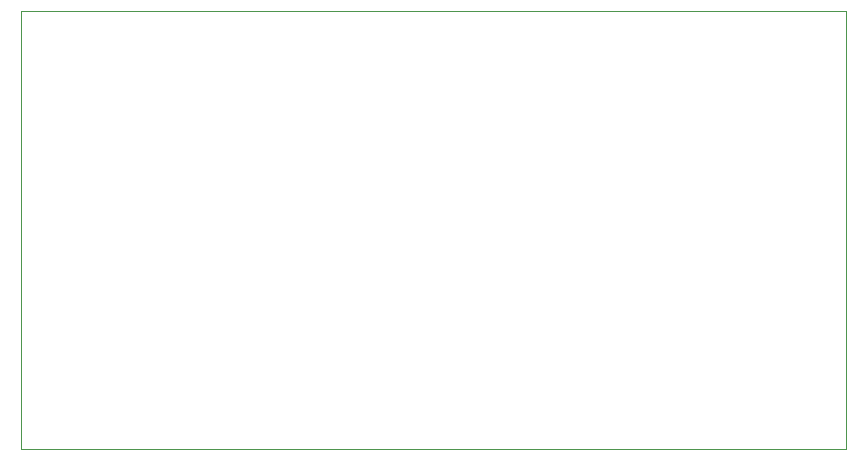
<source format=gbr>
G04 #@! TF.GenerationSoftware,KiCad,Pcbnew,(5.1.0)-1*
G04 #@! TF.CreationDate,2020-10-23T23:32:42+03:00*
G04 #@! TF.ProjectId,kitchen_sink,6b697463-6865-46e5-9f73-696e6b2e6b69,rev?*
G04 #@! TF.SameCoordinates,Original*
G04 #@! TF.FileFunction,Profile,NP*
%FSLAX46Y46*%
G04 Gerber Fmt 4.6, Leading zero omitted, Abs format (unit mm)*
G04 Created by KiCad (PCBNEW (5.1.0)-1) date 2020-10-23 23:32:42*
%MOMM*%
%LPD*%
G04 APERTURE LIST*
%ADD10C,0.050000*%
G04 APERTURE END LIST*
D10*
X146050000Y-78232000D02*
X146050000Y-115316000D01*
X76200000Y-78232000D02*
X146050000Y-78232000D01*
X76200000Y-115316000D02*
X76200000Y-78232000D01*
X146050000Y-115316000D02*
X76200000Y-115316000D01*
M02*

</source>
